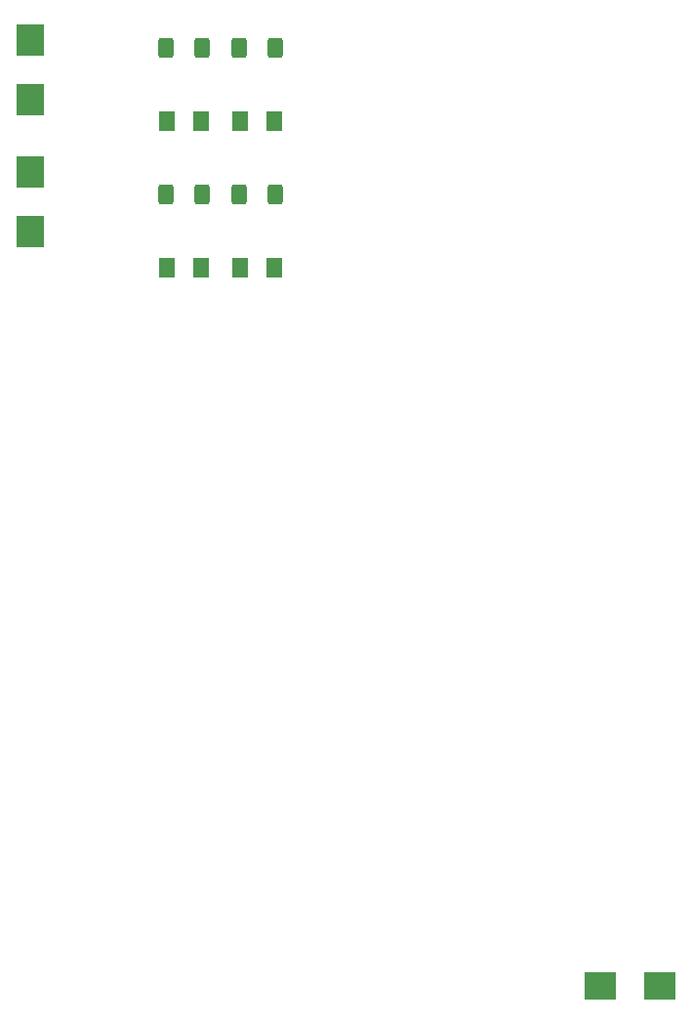
<source format=gbr>
%TF.GenerationSoftware,KiCad,Pcbnew,(6.0.4)*%
%TF.CreationDate,2023-07-24T12:38:11-04:00*%
%TF.ProjectId,BREAD_Slice,42524541-445f-4536-9c69-63652e6b6963,rev?*%
%TF.SameCoordinates,Original*%
%TF.FileFunction,Paste,Bot*%
%TF.FilePolarity,Positive*%
%FSLAX46Y46*%
G04 Gerber Fmt 4.6, Leading zero omitted, Abs format (unit mm)*
G04 Created by KiCad (PCBNEW (6.0.4)) date 2023-07-24 12:38:11*
%MOMM*%
%LPD*%
G01*
G04 APERTURE LIST*
G04 Aperture macros list*
%AMRoundRect*
0 Rectangle with rounded corners*
0 $1 Rounding radius*
0 $2 $3 $4 $5 $6 $7 $8 $9 X,Y pos of 4 corners*
0 Add a 4 corners polygon primitive as box body*
4,1,4,$2,$3,$4,$5,$6,$7,$8,$9,$2,$3,0*
0 Add four circle primitives for the rounded corners*
1,1,$1+$1,$2,$3*
1,1,$1+$1,$4,$5*
1,1,$1+$1,$6,$7*
1,1,$1+$1,$8,$9*
0 Add four rect primitives between the rounded corners*
20,1,$1+$1,$2,$3,$4,$5,0*
20,1,$1+$1,$4,$5,$6,$7,0*
20,1,$1+$1,$6,$7,$8,$9,0*
20,1,$1+$1,$8,$9,$2,$3,0*%
G04 Aperture macros list end*
%ADD10R,2.350000X2.770000*%
%ADD11RoundRect,0.250000X0.462500X0.625000X-0.462500X0.625000X-0.462500X-0.625000X0.462500X-0.625000X0*%
%ADD12RoundRect,0.250000X0.400000X0.625000X-0.400000X0.625000X-0.400000X-0.625000X0.400000X-0.625000X0*%
%ADD13R,2.770000X2.350000*%
G04 APERTURE END LIST*
D10*
%TO.C,C2*%
X126410000Y-58550000D03*
X126410000Y-53410000D03*
%TD*%
%TO.C,C1*%
X126410000Y-69980000D03*
X126410000Y-64840000D03*
%TD*%
D11*
%TO.C,D1*%
X141232500Y-60425000D03*
X138257500Y-60425000D03*
%TD*%
%TO.C,D2*%
X147582500Y-60425000D03*
X144607500Y-60425000D03*
%TD*%
%TO.C,D3*%
X141232500Y-73125000D03*
X138257500Y-73125000D03*
%TD*%
%TO.C,D4*%
X147582500Y-73125000D03*
X144607500Y-73125000D03*
%TD*%
D12*
%TO.C,R1*%
X141295000Y-54075000D03*
X138195000Y-54075000D03*
%TD*%
%TO.C,R2*%
X147645000Y-54075000D03*
X144545000Y-54075000D03*
%TD*%
%TO.C,R3*%
X141295000Y-66775000D03*
X138195000Y-66775000D03*
%TD*%
%TO.C,R4*%
X147645000Y-66775000D03*
X144545000Y-66775000D03*
%TD*%
D13*
%TO.C,C3*%
X181050000Y-135355000D03*
X175910000Y-135355000D03*
%TD*%
M02*

</source>
